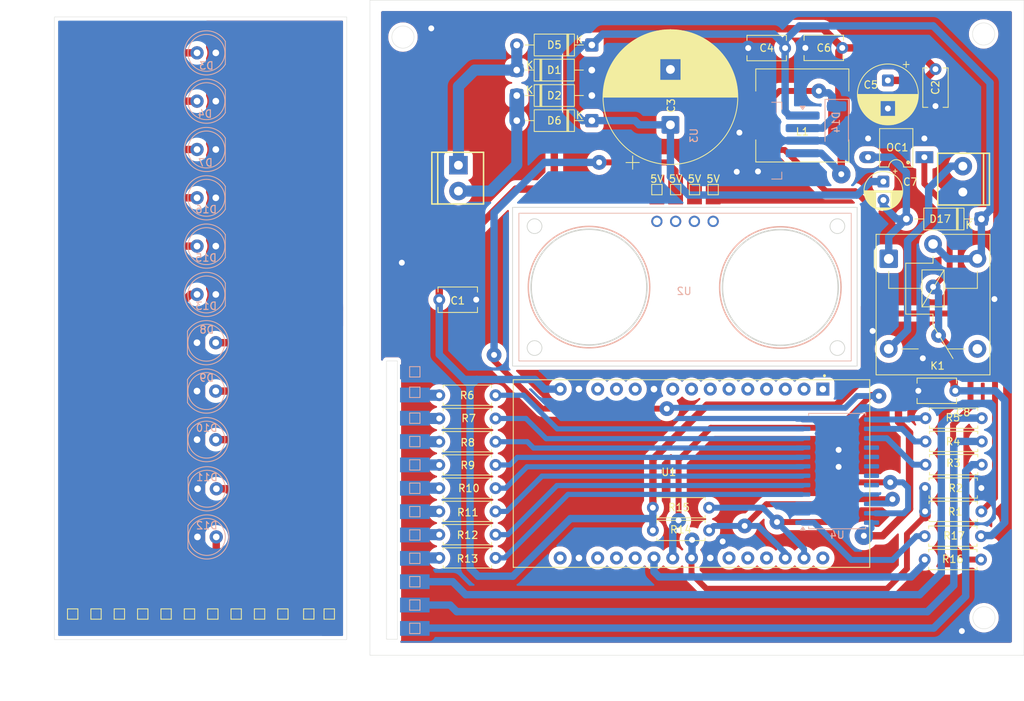
<source format=kicad_pcb>
(kicad_pcb (version 20241229) (generator "pcbnew") (generator_version "9.0")
  (layers (0 "F.Cu" signal) (2 "B.Cu" signal) (13 "F.Paste" user) (15 "B.Paste" user) (5 "F.SilkS" user "F.Silkscreen") (7 "B.SilkS" user "B.Silkscreen") (1 "F.Mask" user) (3 "B.Mask" user) (25 "Edge.Cuts" user))
  (net 0 "")
  (net 1 "/TRIG")
  (net 2 "GND")
  (net 3 "/PUMP_ON{slash}OFF")
  (net 4 "3V3")
  (net 5 "Net-(U2-ECHO)")
  (net 6 "Net-(U4-~{INT})")
  (net 7 "3V3_1")
  (net 9 "/SDA")
  (net 12 "/SCL")
  (net 13 "/ECHO")
  (net 15 "+5V")
  (net 23 "3V3_2")
  (net 28 "VIN")
  (net 29 "Net-(D17-A)")
  (net 30 "Net-(D1-K)")
  (net 31 "Net-(D2-K)")
  (net 32 "Net-(D3-A)")
  (net 33 "Net-(D4-A)")
  (net 34 "Net-(D7-A)")
  (net 35 "Net-(D8-A)")
  (net 36 "Net-(D9-A)")
  (net 37 "Net-(D10-A)")
  (net 38 "Net-(D11-A)")
  (net 39 "Net-(D12-A)")
  (net 40 "Net-(D13-A)")
  (net 41 "Net-(D14-K)")
  (net 42 "Net-(D15-A)")
  (net 43 "Net-(D16-A)")
  (net 45 "Net-(OC1-Pad1)")
  (net 46 "/0%")
  (net 47 "/10%")
  (net 48 "/20%")
  (net 50 "/30%")
  (net 51 "/40%")
  (net 52 "/50%")
  (net 53 "/60%")
  (net 54 "/70%")
  (net 55 "/80%")
  (net 56 "/90%")
  (net 57 "/100%")
  (net 64 "Net-(J2-Pin_2)")
  (footprint "Capacitor_THT:C_Disc_D5.1mm_W3.2mm_P5.00mm" (layer "F.Cu") (at 222.093669 111.304091 180)
    (property "Reference" "C8")
    (property "Value" "100nF")
  )
  (footprint "TestPoint:TestPoint_Pad_1.0x1.0mm" (layer "F.Cu") (at 102.603636 141.52325)
    (property "Reference" "5V" (hide yes))
    (property "Value" "TestPoint_Pad_1.0x1.0mm")
  )
  (footprint "Inductor_SMD:L_12x12mm_H4.5mm" (layer "F.Cu") (at 201.384091 74.024091)
    (property "Reference" "L1")
    (property "Value" "33uH")
  )
  (footprint "TestPoint:TestPoint_Pad_1.0x1.0mm" (layer "F.Cu") (at 118.415 141.52325)
    (property "Reference" "5V" (hide yes))
    (property "Value" "TestPoint_Pad_1.0x1.0mm")
  )
  (footprint "Capacitor_THT:C_Disc_D5.1mm_W3.2mm_P5.00mm" (layer "F.Cu") (at 152.234091 98.969091)
    (property "Reference" "C1")
    (property "Value" "100nF")
  )
  (footprint "Resistor_THT:R_Axial_DIN0207_L6.3mm_D2.5mm_P7.62mm_Horizontal" (layer "F.Cu") (at 188.769091 130.209091 180)
    (property "Reference" "R14")
    (property "Value" "10k")
  )
  (footprint "Relay_THT:Relay_SPDT_Finder_36.11" (layer "F.Cu") (at 213.084091 93.429091)
    (property "Reference" "K1")
    (property "Value" "10A RELAY")
  )
  (footprint "TestPoint:TestPoint_Pad_1.0x1.0mm" (layer "F.Cu") (at 186.789091 84.059091)
    (property "Reference" "5V")
    (property "Value" "TestPoint_Pad_1.0x1.0mm")
  )
  (footprint "TestPoint:TestPoint_Pad_1.0x1.0mm" (layer "F.Cu") (at 137.338636 141.52325)
    (property "Reference" "5V" (hide yes))
    (property "Value" "TestPoint_Pad_1.0x1.0mm")
  )
  (footprint "TestPoint:TestPoint_Pad_1.0x1.0mm" (layer "F.Cu") (at 181.699091 84.059091)
    (property "Reference" "5V")
    (property "Value" "TestPoint_Pad_1.0x1.0mm")
  )
  (footprint "TestPoint:TestPoint_Pad_1.0x1.0mm" (layer "F.Cu") (at 121.577272 141.52325)
    (property "Reference" "5V" (hide yes))
    (property "Value" "TestPoint_Pad_1.0x1.0mm")
  )
  (footprint "TestPoint:TestPoint_Pad_1.0x1.0mm" (layer "F.Cu") (at 134.568636 141.52325)
    (property "Reference" "5V" (hide yes))
    (property "Value" "TestPoint_Pad_1.0x1.0mm")
  )
  (footprint "TestPoint:TestPoint_Pad_1.0x1.0mm" (layer "F.Cu") (at 131.064091 141.52325)
    (property "Reference" "5V" (hide yes))
    (property "Value" "TestPoint_Pad_1.0x1.0mm")
  )
  (footprint "Resistor_THT:R_Axial_DIN0207_L6.3mm_D2.5mm_P7.62mm_Horizontal" (layer "F.Cu") (at 159.854091 124.486364 180)
    (property "Reference" "R10")
    (property "Value" "220")
  )
  (footprint "Diode_THT:D_A-405_P10.16mm_Horizontal" (layer "F.Cu") (at 162.729091 71.329091)
    (property "Reference" "D2")
    (property "Value" "1N4007")
  )
  (footprint "TestPoint:TestPoint_Pad_1.0x1.0mm" (layer "F.Cu") (at 115.252727 141.52325)
    (property "Reference" "5V" (hide yes))
    (property "Value" "TestPoint_Pad_1.0x1.0mm")
  )
  (footprint "Resistor_THT:R_Axial_DIN0207_L6.3mm_D2.5mm_P7.62mm_Horizontal" (layer "F.Cu") (at 218.058669 115.014091)
    (property "Reference" "R5")
    (property "Value" "220")
  )
  (footprint "Diode_THT:D_A-405_P10.16mm_Horizontal" (layer "F.Cu") (at 172.889091 74.724091 180)
    (property "Reference" "D6")
    (property "Value" "1N4007")
  )
  (footprint "TestPoint:TestPoint_Pad_1.0x1.0mm" (layer "F.Cu") (at 124.739545 141.52325)
    (property "Reference" "5V" (hide yes))
    (property "Value" "TestPoint_Pad_1.0x1.0mm")
  )
  (footprint "Resistor_THT:R_Axial_DIN0207_L6.3mm_D2.5mm_P7.62mm_Horizontal" (layer "F.Cu") (at 218.058669 121.305909)
    (property "Reference" "R3")
    (property "Value" "220")
  )
  (footprint "Resistor_THT:R_Axial_DIN0207_L6.3mm_D2.5mm_P7.62mm_Horizontal" (layer "F.Cu") (at 159.854091 115.048636 180)
    (property "Reference" "R7")
    (property "Value" "220")
  )
  (footprint "TestPoint:TestPoint_Pad_1.0x1.0mm" (layer "F.Cu") (at 112.090454 141.52325)
    (property "Reference" "5V" (hide yes))
    (property "Value" "TestPoint_Pad_1.0x1.0mm")
  )
  (footprint "Resistor_THT:R_Axial_DIN0207_L6.3mm_D2.5mm_P7.62mm_Horizontal" (layer "F.Cu") (at 159.854091 127.632273 180)
    (property "Reference" "R11")
    (property "Value" "220")
  )
  (footprint "Resistor_THT:R_Axial_DIN0207_L6.3mm_D2.5mm_P7.62mm_Horizontal" (layer "F.Cu") (at 159.854091 111.902727 180)
    (property "Reference" "R6")
    (property "Value" "220")
  )
  (footprint "Resistor_THT:R_Axial_DIN0207_L6.3mm_D2.5mm_P7.62mm_Horizontal" (layer "F.Cu") (at 159.854091 121.340455 180)
    (property "Reference" "R9")
    (property "Value" "330")
  )
  (footprint "TestPoint:TestPoint_Pad_1.0x1.0mm" (layer "F.Cu") (at 108.928181 141.52325)
    (property "Reference" "5V" (hide yes))
    (property "Value" "TestPoint_Pad_1.0x1.0mm")
  )
  (footprint "TestPoint:TestPoint_Pad_1.0x1.0mm" (layer "F.Cu") (at 105.765909 141.52325)
    (property "Reference" "5V" (hide yes))
    (property "Value" "TestPoint_Pad_1.0x1.0mm")
  )
  (footprint "Resistor_THT:R_Axial_DIN0207_L6.3mm_D2.5mm_P7.62mm_Horizontal" (layer "F.Cu") (at 218.003669 127.629091)
    (property "Reference" "R1")
    (property "Value" "1K")
  )
  (footprint "PCM_Package_DIP_AKL:DIP-4_W7.62mm_LongPads" (layer "F.Cu") (at 217.909091 79.679091 180)
    (property "Reference" "OC1")
    (property "Value" "PC817" (hide yes))
  )
  (footprint "Resistor_THT:R_Axial_DIN0207_L6.3mm_D2.5mm_P7.62mm_Horizontal" (layer "F.Cu") (at 217.953669 130.984091)
    (property "Reference" "R17")
    (property "Value" "10k")
  )
  (footprint "Capacitor_THT:C_Disc_D5.1mm_W3.2mm_P5.00mm" (layer "F.Cu") (at 219.414091 67.754091 -90)
    (property "Reference" "C2")
    (property "Value" "100nF")
  )
  (footprint "Resistor_THT:R_Axial_DIN0207_L6.3mm_D2.5mm_P7.62mm_Horizontal" (layer "F.Cu") (at 159.854091 118.194546 180)
    (property "Reference" "R8")
    (property "Value" "220")
  )
  (footprint "TestPoint:TestPoint_Pad_1.0x1.0mm" (layer "F.Cu") (at 127.901818 141.52325)
    (property "Reference" "5V" (hide yes))
    (property "Value" "TestPoint_Pad_1.0x1.0mm")
  )
  (footprint "Capacitor_THT:CP_Radial_D5.0mm_P2.50mm" (layer "F.Cu") (at 212.359091 82.974091 -90)
    (property "Reference" "C7")
    (property "Value" "10uF_16V")
  )
  (footprint "TestPoint:TestPoint_Pad_1.0x1.0mm" (layer "F.Cu") (at 184.234091 84.059091)
    (property "Reference" "5V")
    (property "Value" "TestPoint_Pad_1.0x1.0mm")
  )
  (footprint "PCM_SparkFun-Connector:ScrewTerminal_1x02_P3.5mm_Horizontal_Black" (layer "F.Cu") (at 154.829091 80.759091 -90)
    (property "Reference" "J1")
    (property "Value" "12VAC_IN")
  )
  (footprint "Diode_THT:D_A-405_P10.16mm_Horizontal" (layer "F.Cu") (at 172.889091 64.484091 180)
    (property "Reference" "D5")
    (property "Value" "1N4007")
  )
  (footprint "Diode_THT:D_A-405_P10.16mm_Horizontal" (layer "F.Cu") (at 225.629091 88.039091 180)
    (property "Reference" "D17")
    (property "Value" "1N4007")
  )
  (footprint "Footprint:nodemcu" (layer "F.Cu") (at 186.384091 122.504091 -90)
    (property "Reference" "U1")
    (property "Value" "ESP8266 NODEMCU")
  )
  (footprint "TestPoint:TestPoint_Pad_1.0x1.0mm" (layer "F.Cu") (at 189.314091 84.059091)
    (property "Reference" "5V")
    (property "Value" "TestPoint_Pad_1.0x1.0mm")
  )
  (footprint "Capacitor_THT:C_Disc_D5.1mm_W3.2mm_P5.00mm" (layer "F.Cu") (at 199.059091 64.899091 180)
    (property "Reference" "C4")
    (property "Value" "100nF")
  )
  (footprint "Capacitor_THT:CP_Radial_D8.0mm_P3.80mm" (layer "F.Cu") (at 212.969091 69.279091 -90)
    (property "Reference" "C5")
    (property "Value" "220uF_16V")
  )
  (footprint "Resistor_THT:R_Axial_DIN0207_L6.3mm_D2.5mm_P7.62mm_Horizontal" (layer "F.Cu") (at 159.854091 133.924091 180)
    (property "Reference" "R13")
    (property "Value" "220")
  )
  (footprint "Capacitor_THT:C_Disc_D5.1mm_W3.2mm_P5.00mm" (layer "F.Cu") (at 206.794091 64.879091 180)
    (property "Reference" "C6")
    (property "Value" "100nF")
  )
  (footprint "Resistor_THT:R_Axial_DIN0207_L6.3mm_D2.5mm_P7.62mm_Horizontal" (layer "F.Cu") (at 188.769091 127.129091 180)
    (property "Reference" "R15")
    (property "Value" "10k")
  )
  (footprint "Resistor_THT:R_Axial_DIN0207_L6.3mm_D2.5mm_P7.62mm_Horizontal" (layer "F.Cu") (at 225.623669 124.464091 180)
    (property "Reference" "R2")
    (property "Value" "2K")
  )
  (footprint "Resistor_THT:R_Axial_DIN0207_L6.3mm_D2.5mm_P7.62mm_Horizontal" (layer "F.Cu") (at 159.854091 130.778182 180)
    (property "Reference" "R12")
    (property "Value" "220")
  )
  (footprint "Resistor_THT:R_Axial_DIN0207_L6.3mm_D2.5mm_P7.62mm_Horizontal" (layer "F.Cu") (at 225.573669 134.149091 180)
    (property "Reference" "R16")
    (property "Value" "150")
  )
  (footprint "Diode_THT:D_A-405_P10.16mm_Horizontal" (layer "F.Cu") (at 162.724091 67.884091)
    (property "Reference" "D1")
    (property "Value" "1N4007")
  )
  (footprint "Resistor_THT:R_Axial_DIN0207_L6.3mm_D2.5mm_P7.62mm_Horizontal" (layer "F.Cu") (at 218.058669 118.16)
    (property "Reference" "R4")
    (property "Value" "220")
  )
  (footprint "PCM_SparkFun-Connector:ScrewTerminal_1x02_P3.5mm_Horizontal_Black" (layer "F.Cu") (at 223.119091 84.394091 90)
    (property "Reference" "J2")
    (property "Value" "PUMP")
  )
  (footprint "Capacitor_THT:CP_Radial_D18.0mm_P7.50mm" (layer "F.Cu") (at 183.529091 75.294091 90)
    (property "Reference" "C3")
    (property "Value" "2200uF_25V")
  )
  (footprint "LED_THT:LED_D5.0mm" (layer "B.Cu") (at 119.435 111.34)
    (property "Reference" "D9")
    (property "Value" "LED_75%")
  )
  (footprint "TestPoint:TestPoint_Pad_1.0x1.0mm" (layer "B.Cu") (at 148.924091 115.01 90)
    (property "Reference" "5V" (hide yes))
    (property "Value" "TestPoint_Pad_1.0x1.0mm")
  )
  (footprint "LED_THT:LED_D5.0mm" (layer "B.Cu") (at 119.5 131.085)
    (property "Reference" "D12")
    (property "Value" "LED_25%")
  )
  (footprint "TestPoint:TestPoint_Pad_1.0x1.0mm" (layer "B.Cu") (at 148.924091 127.659091 90)
    (property "Reference" "5V" (hide yes))
    (property "Value" "TestPoint_Pad_1.0x1.0mm")
  )
  (footprint "TestPoint:TestPoint_Pad_1.0x1.0mm" (layer "B.Cu") (at 148.924091 143.470455 90)
    (property "Reference" "5V" (hide yes))
    (property "Value" "TestPoint_Pad_1.0x1.0mm")
  )
  (footprint "LED_THT:LED_D5.0mm" (layer "B.Cu") (at 121.98 98.2555 180)
    (property "Reference" "D13")
    (property "Value" "LED_50%")
  )
  (footprint "LED_THT:LED_D5.0mm" (layer "B.Cu") (at 121.98 85.1733 180)
    (property "Reference" "D16")
    (property "Value" "LED_100%")
  )
  (footprint "TestPoint:TestPoint_Pad_1.0x1.0mm" (layer "B.Cu") (at 148.924091 111.505455 90)
    (property "Reference" "5V" (hide yes))
    (property "Value" "TestPoint_Pad_1.0x1.0mm")
  )
  (footprint "LED_THT:LED_D5.0mm" (layer "B.Cu") (at 121.98 72.0911 180)
    (property "Reference" "D4")
    (property "Value" "LED_0%")
  )
  (footprint "TestPoint:TestPoint_Pad_1.0x1.0mm" (layer "B.Cu") (at 148.924091 121.334546 90)
    (property "Reference" "5V" (hide yes))
    (property "Value" "TestPoint_Pad_1.0x1.0mm")
  )
  (footprint "TestPoint:TestPoint_Pad_1.0x1.0mm" (layer "B.Cu") (at 148.924091 130.821364 90)
    (property "Reference" "5V" (hide yes))
    (property "Value" "TestPoint_Pad_1.0x1.0mm")
  )
  (footprint "LED_THT:LED_D5.0mm" (layer "B.Cu") (at 119.445 117.915)
    (property "Reference" "D10")
    (property "Value" "LED_100%")
  )
  (footprint "LED_THT:LED_D5.0mm" (layer "B.Cu") (at 121.98 78.6322 180)
    (property "Reference" "D7")
    (property "Value" "LED_25%")
  )
  (footprint "LED_THT:LED_D5.0mm" (layer "B.Cu") (at 121.98 65.55 180)
    (property "Reference" "D3")
    (property "Value" "LED_0%")
  )
  (footprint "TestPoint:TestPoint_Pad_1.0x1.0mm" (layer "B.Cu") (at 148.924091 133.983637 90)
    (property "Reference" "5V" (hide yes))
    (property "Value" "TestPoint_Pad_1.0x1.0mm")
  )
  (footprint "LED_THT:LED_D5.0mm" (layer "B.Cu") (at 119.43 104.79)
    (property "Reference" "D8")
    (property "Value" "LED_50%")
  )
  (footprint "Package_TO_SOT_SMD:TO-263-5_TabPin3" (layer "B.Cu") (at 193.779091 77.439091 180)
    (property "Reference" "U3")
    (property "Value" "LM2596S-5V")
  )
  (footprint "TestPoint:TestPoint_Pad_1.0x1.0mm" (layer "B.Cu") (at 148.924091 140.308182 90)
    (property "Reference" "5V" (hide yes))
    (property "Value" "TestPoint_Pad_1.0x1.0mm")
  )
  (footprint "TestPoint:TestPoint_Pad_1.0x1.0mm" (layer "B.Cu") (at 148.924091 108.735455 90)
    (property "Reference" "5V" (hide yes))
    (property "Value" "TestPoint_Pad_1.0x1.0mm")
  )
  (footprint "LED_THT:LED_D5.0mm" (layer "B.Cu") (at 119.52 124.565)
    (property "Reference" "D11")
    (property "Value" "LED_0%")
  )
  (footprint "LED_THT:LED_D5.0mm" (layer "B.Cu") (at 121.98 91.7144 180)
    (property "Reference" "D15")
    (property "Value" "LED_75%")
  )
  (footprint "TestPoint:TestPoint_Pad_1.0x1.0mm" (layer "B.Cu") (at 148.924091 137.14591 90)
    (property "Reference" "5V" (hide yes))
    (property "Value" "TestPoint_Pad_1.0x1.0mm")
  )
  (footprint "TestPoint:TestPoint_Pad_1.0x1.0mm" (layer "B.Cu") (at 148.924091 118.172273 90)
    (property "Reference" "5V" (hide yes))
    (property "Value" "TestPoint_Pad_1.0x1.0mm")
  )
  (footprint "TestPoint:TestPoint_Pad_1.0x1.0mm" (layer "B.Cu") (at 148.924091 124.496819 90)
    (property "Reference" "5V" (hide yes))
    (property "Value" "TestPoint_Pad_1.0x1.0mm")
  )
  (footprint "Footprint:XCVR_HC-SR04" (layer "B.Cu") (at 185.384091 97.814091)
    (property "Reference" "U2")
    (property "Value" "HC-SR04")
    (fp_rect (start -23.225 10.15) (end 23.425 -11.35) (stroke (width 0.1)) (fill no) (layer "Edge.Cuts"))
    (fp_circle (center -20.25 -8.8) (end -19.25 -8.8) (stroke (width 0.1)) (fill no) (layer "Edge.Cuts"))
    (fp_circle (center -20.25 7.7) (end -19.25 7.7) (stroke (width 0.1)) (fill no) (layer "Edge.Cuts"))
    (fp_circle (center -12.875 -0.548152) (end -7.333957 -6.089195) (stroke (width 0.2)) (fill no) (layer "Edge.Cuts"))
    (fp_circle (center 13.025 -0.5) (end 18.566043 -6.041043) (stroke (width 0.2)) (fill no) (layer "Edge.Cuts"))
    (fp_circle (center 20.75 -8.8) (end 21.75 -8.8) (stroke (width 0.1)) (fill no) (layer "Edge.Cuts"))
    (fp_circle (center 20.75 7.7) (end 21.75 7.7) (stroke (width 0.1)) (fill no) (layer "Edge.Cuts"))
  )
  (footprint "Package_SO:SOIC-24W_7.5x15.4mm_P1.27mm" (layer "B.Cu") (at 206.104091 122.169091)
    (property "Reference" "U4")
    (property "Value" "PCA9555D")
  )
  (footprint "Diode_SMD:D_2010_5025Metric" (layer "B.Cu") (at 206.044091 75.034091 -90)
    (property "Reference" "D14")
    (property "Value" "1N5824")
  )
  (gr_circle (center 225.979091 142.029091) (end 227.479091 142.029091) (stroke (width 0.05)) (fill no) (layer "Edge.Cuts"))
  (gr_rect (start 145.090341 107.259091) (end 146.567841 144.934091) (stroke (width 0.05)) (fill no) (layer "Edge.Cuts"))
  (gr_circle (center 225.929091 62.994091) (end 227.429091 62.994091) (stroke (width 0.05)) (fill no) (layer "Edge.Cuts"))
  (gr_rect (start 100.135 60.69) (end 139.705 144.99) (stroke (width 0.05)) (fill no) (layer "Edge.Cuts"))
  (gr_circle (center 147.319091 63.414091) (end 148.819091 63.414091) (stroke (width 0.05)) (fill no) (layer "Edge.Cuts"))
  (gr_rect (start 142.849091 58.419091) (end 231.394091 147.114091) (stroke (width 0.05)) (fill no) (layer "Edge.Cuts"))
  (gr_text "K" (at 171.199091 63.769091 0) (layer "F.SilkS") (effects (font (size 1 1))))
  (segment (start 159.654091 107.228272) (end 159.654091 106.444091) (width 0.8) (layer "F.Cu") (net 1))
  (segment (start 166.14491 113.719091) (end 159.654091 107.228272) (width 0.8) (layer "F.Cu") (net 1))
  (segment (start 183.039091 113.719091) (end 166.14491 113.719091) (width 0.8) (layer "F.Cu") (net 1))
  (segment (start 184.234091 84.059091) (end 184.234091 81.492091) (width 0.8) (layer "F.Cu") (net 1))
  (segment (start 184.634091 120.665909) (end 184.634091 128.839091) (width 0.8) (layer "F.Cu") (net 1))
  (segment (start 211.634091 111.889091) (end 210.719091 111.889091) (width 0.8) (layer "F.Cu") (net 1))
  (segment (start 184.234091 81.492091) (end 183.121091 80.379091) (width 0.8) (layer "F.Cu") (net 1))
  (segment (start 188.990909 116.309091) (end 184.634091 120.665909) (width 0.8) (layer "F.Cu") (net 1))
  (segment (start 210.719091 111.889091) (end 206.299091 116.309091) (width 0.8) (layer "F.Cu") (net 1))
  (segment (start 183.121091 80.379091) (end 173.879091 80.379091) (width 0.8) (layer "F.Cu") (net 1))
  (segment (start 206.299091 116.309091) (end 188.990909 116.309091) (width 0.8) (layer "F.Cu") (net 1))
  (via (at 159.654091 106.444091) (size 2) (drill 0.8) (layers "F.Cu" "B.Cu") (net 1))
  (via (at 183.039091 113.719091) (size 2) (drill 0.8) (layers "F.Cu" "B.Cu") (net 1))
  (via (at 184.634091 128.839091) (size 2) (drill 0.8) (layers "F.Cu" "B.Cu") (net 1))
  (via (at 173.879091 80.379091) (size 2) (drill 0.8) (layers "F.Cu" "B.Cu") (net 1))
  (via (at 211.754091 112.009091) (size 2) (drill 0.8) (layers "F.Cu" "B.Cu") (net 1))
  (segment (start 208.790909 112.009091) (end 211.754091 112.009091) (width 0.8) (layer "B.Cu") (net 1))
  (segment (start 173.879091 80.379091) (end 166.47491 80.379091) (width 1) (layer "B.Cu") (net 1))
  (segment (start 166.47491 80.379091) (end 159.654091 87.19991) (width 1) (layer "B.Cu") (net 1))
  (segment (start 183.844091 133.934091) (end 183.844091 129.629091) (width 1) (layer "B.Cu") (net 1))
  (segment (start 183.844091 129.629091) (end 184.634091 128.839091) (width 1) (layer "B.Cu") (net 1))
  (segment (start 159.654091 87.19991) (end 159.654091 106.444091) (width 1) (layer "B.Cu") (net 1))
  (segment (start 207.2 113.6) (end 208.790909 112.009091) (width 0.8) (layer "B.Cu") (net 1))
  (segment (start 183.158182 113.6) (end 207.2 113.6) (width 0.8) (layer "B.Cu") (net 1))
  (segment (start 183.039091 113.719091) (end 183.158182 113.6) (width 0.8) (layer "B.Cu") (net 1))
  (segment (start 121.98 85.1733) (end 121.98 78.6322) (width 1.5) (layer "F.Cu") (net 2))
  (segment (start 119.5 131.085) (end 119.5 124.585) (width 1.5) (layer "F.Cu") (net 2))
  (segment (start 121.98 78.6322) (end 121.98 72.0911) (width 1.5) (layer "F.Cu") (net 2))
  (segment (start 119.5 124.585) (end 119.52 124.565) (width 1.5) (layer "F.Cu") (net 2))
  (segment (start 137.338636 141.52325) (end 137.338636 100.738636) (width 1.5) (layer "F.Cu") (net 2))
  (segment (start 119.445 117.915) (end 119.445 111.35) (width 1.5) (layer "F.Cu") (net 2))
  (segment (start 121.98 98.2555) (end 121.98 91.7144) (width 1.5) (layer "F.Cu") (net 2))
  (segment (start 134.8555 98.2555) (end 121.98 98.2555) (width 1.5) (layer "F.Cu") (net 2))
  (segment (start 119.445 111.35) (end 119.435 111.34) (width 1.5) (layer "F.Cu") (net 2))
  (segment (start 119.435 111.34) (end 119.435 104.795) (width 1.5) (layer "F.Cu") (net 2))
  (segment (start 137.338636 100.738636) (end 134.8555 98.2555) (width 1.5) (layer "F.Cu") (net 2))
  (segment (start 119.52 124.565) (end 119.52 117.99) (width 1.5) (layer "F.Cu") (net 2))
  (segment (start 119.52 117.99) (end 119.445 117.915) (width 1.5) (layer "F.Cu") (net 2))
  (segment (start 121.98 72.0911) (end 121.98 65.55) (width 1.5) (layer "F.Cu") (net 2))
  (segment (start 206.3 119.3) (end 206.3 121.6) (width 0.8) (layer "F.Cu") (net 2))
  (segment (start 121.98 91.7144) (end 121.98 85.1733) (width 1.5) (layer "F.Cu") (net 2))
  (segment (start 119.435 104.795) (end 119.43 104.79) (width 1.5) (layer "F.Cu") (net 2))
  (via (at 206.3 121.6) (size 2) (drill 0.8) (layers "F.Cu" "B.Cu") (net 2))
  (via (at 147.164091 93.959091) (size 2) (drill 0.8) (layers "F.Cu" "B.Cu") (net 2))
  (via (at 217.7 106.9) (size 2) (drill 0.8) (layers "F.Cu" "B.Cu") (net 2))
  (via (at 195.384091 81.604091) (size 2) (drill 0.8) (layers "F.Cu" "B.Cu") (net 2))
  (via (at 210.9 103.2) (size 2) (drill 0.8) (layers "F.Cu" "B.Cu") (net 2))
  (via (at 192.869091 76.349091) (size 2) (drill 0.8) (layers "F.Cu" "B.Cu") (net 2))
  (via (at 227.394091 98.884091) (size 2) (drill 0.8) (layers "F.Cu" "B.Cu") (net 2))
  (via (at 222.984091 143.829091) (size 2) (drill 0.8) (layers "F.Cu" "B.Cu") (net 2))
  (via (at 206.3 119.3) (size 2) (drill 0.8) (layers "F.Cu" "B.Cu") (net 2))
  (via (at 190.6 131.7) (size 2) (drill 0.8) (layers "F.Cu" "B.Cu") (net 2))
  (via (at 192.509091 81.649091) (size 2) (drill 0.8) (layers "F.Cu" "B.Cu") (net 2))
  (via (at 151.149091 62.234091) (size 2) (drill 0.8) (layers "F.Cu" "B.Cu") (net 2))
  (segment (start 212.969091 74.469091) (end 212.969091 73.079091) (width 0.8) (layer "B.Cu") (net 2))
  (segment (start 188.924091 133.075909) (end 190.3 131.7) (width 0.8) (layer "B.Cu") (net 2))
  (segment (start 210.144091 77.284091) (end 210.289091 77.139091) (width 0.8) (layer "B.Cu") (net 2))
  (segment (start 212.969091 73.079091) (end 219.089091 73.079091) (width 0.8) (layer "B.Cu") (net 2))
  (segment (start 211.260909 77.139091) (end 212.969091 75.430909) (width 0.8) (layer "B.Cu") (net 2))
  (segment (start 212.969091 75.430909) (end 212.969091 73.079091) (width 0.8) (layer "B.Cu") (net 2))
  (segment (start 188.924091 133.934091) (end 188.924091 133.075909) (width 0.8) (layer "B.Cu") (net 2))
  (segment (start 206.3 117.2) (end 204.284091 115.184091) (width 0.8) (layer "B.Cu") (net 2))
  (segment (start 172.884091 67.884091) (end 183.439091 67.884091) (width 2) (layer "B.Cu") (net 2))
  (segment (start 183.439091 67.884091) (end 183.529091 67.794091) (width 2) (layer "B.Cu") (net 2))
  (segment (start 183.529091 67.794091) (end 191.164091 67.794091) (width 2) (layer "B.Cu") (net 2))
  (segment (start 217.909091 77.139091) (end 215.639091 77.139091) (width 0.8) (layer "B.Cu") (net 2))
  (segment (start 172.884091 67.884091) (end 172.884091 71.324091) (width 2) (layer "B.Cu") (net 2))
  (segment (start 206.044091 77.284091) (end 210.144091 77.284091) (width 0.8) (layer "B.Cu") (net 2))
  (segment (start 206.3 119.3) (end 206.3 117.2) (width 0.8) (layer "B.Cu") (net 2))
  (segment (start 191.164091 67.794091) (end 194.059091 64.899091) (width 2) (layer "B.Cu") (net 2))
  (segment (start 172.884091 71.324091) (end 172.889091 71.329091) (width 2) (layer "B.Cu") (net 2))
  (segment (start 119.455 117.925) (end 119.445 117.915) (width 2) (layer "B.Cu") (net 2))
  (segment (start 215.639091 77.139091) (end 212.969091 74.469091) (width 0.8) (layer "B.Cu") (net 2))
  (segment (start 204.284091 115.184091) (end 201.454091 115.184091) (width 0.8) (layer "B.Cu") (net 2))
  (segment (start 210.289091 77.139091) (end 211.260909 77.139091) (width 0.8) (layer "B.Cu") (net 2))
  (segment (start 190.3 131.7) (end 190.6 131.7) (width 0.8) (layer "B.Cu") (net 2))
  (segment (start 219.089091 73.079091) (end 219.414091 72.754091) (width 0.8) (layer "B.Cu") (net 2))
  (segment (start 217.953669 134.646331) (end 217.953669 134.149091) (width 1) (layer "B.Cu") (net 3))
  (segment (start 181.304091 133.934091) (end 181.304091 135.804091) (width 1) (layer "B.Cu") (net 3))
  (segment (start 216.1 136.5) (end 217.953669 134.646331) (width 1) (layer "B.Cu") (net 3))
  (segment (start 182 136.5) (end 216.1 136.5) (width 1) (layer "B.Cu") (net 3))
  (segment (start 181.304091 135.804091) (end 182 136.5) (width 1) (layer "B.Cu") (net 3))
  (segment (start 204.580091 84.280091) (end 198.994091 78.694091) (width 0.8) (layer "F.Cu") (net 5))
  (segment (start 210.604091 86.336801) (end 208.547381 84.280091) (width 0.8) (layer "F.Cu") (net 5))
  (segment (start 186.789091 79.974091) (end 186.789091 84.059091) (width 0.8) (layer "F.Cu") (net 5))
  (segment (start 211.914091 100.834091) (end 210.604091 99.524091) (width 0.8) (layer "F.Cu") (net 5))
  (segment (start 227.474669 102.379669) (end 225.929091 100.834091) (width 0.8) (layer "F.Cu") (net 5))
  (segment (start 227.474669 125.778091) (end 227.474669 102.379669) (width 0.8) (layer "F.Cu") (net 5))
  (segment (start 225.623669 127.629091) (end 227.474669 125.778091) (width 0.8) (layer "F.Cu") (net 5))
  (segment (start 188.069091 78.694091) (end 186.789091 79.974091) (width 0.8) (layer "F.Cu") (net 5))
  (segment (start 198.994091 78.694091) (end 188.069091 78.694091) (width 0.8) (layer "F.Cu") (net 5))
  (segment (start 208.547381 84.280091) (end 204.580091 84.280091) (width 0.8) (layer "F.Cu") (net 5))
  (segment (start 225.929091 100.834091) (end 211.914091 100.834091) (width 0.8) (layer "F.Cu") (net 5))
  (segment (start 210.604091 99.524091) (end 210.604091 86.336801) (width 0.8) (layer "F.Cu") (net 5))
  (segment (start 214.827299 132.979091) (end 216.822299 130.984091) (width 0.8) (layer "B.Cu") (net 6))
  (segment (start 202.954091 129.154091) (end 208 134.2) (width 0.8) (layer "B.Cu") (net 6))
  (segment (start 208 134.2) (end 213.6 134.2) (width 0.8) (layer "B.Cu") (net 6))
  (segment (start 216.822299 130.984091) (end 217.953669 130.984091) (width 0.8) (layer "B.Cu") (net 6))
  (segment (start 214.820909 132.979091) (end 214.827299 132.979091) (width 0.8) (layer "B.Cu") (net 6))
  (segment (start 201.454091 129.154091) (end 202.954091 129.154091) (width 0.8) (layer "B.Cu") (net 6))
  (segment (start 213.6 134.2) (end 214.820909 132.979091) (width 0.8) (layer "B.Cu") (net 6))
  (segment (start 193.579091 129.594091) (end 196.519091 126.654091) (width 0.8) (layer "F.Cu") (net 9))
  (segment (start 207.414091 123.694091) (end 213.294091 123.694091) (width 0.8) (layer "F.Cu") (net 9))
  (segment (start 204.454091 126.654091) (end 207.414091 123.694091) (width 0.8) (layer "F.Cu") (net 9))
  (segment (start 196.519091 126.654091) (end 204.454091 126.654091) (width 0.8) (layer "F.Cu") (net 9))
  (via (at 193.579091 129.594091) (size 2) (drill 0.8) (layers "F.Cu" "B.Cu") (net 9))
  (via (at 213.294091 123.694091) (size 2) (drill 0.8) (layers "F.Cu" "B.Cu") (net 9))
  (segment (start 215.7 124.4) (end 214.994091 123.694091) (width 0.8) (layer "B.Cu") (net 9))
  (segment (start 211.325397 127.884091) (end 215.115909 127.884091) (width 0.8) (layer "B.Cu") (net 9))
  (segment (start 199.084091 133.274091) (end 195.404091 129.594091) (width 0.8) (layer "B.Cu") (net 9))
  (segment (start 193.573182 129.6) (end 189.378182 129.6) (width 0.8) (layer "B.Cu") (net 9))
  (segment (start 215.115909 127.884091) (end 215.7 127.3) (width 0.8) (layer "B.Cu") (net 9))
  (segment (start 215.7 127.3) (end 215.7 124.4) (width 0.8) (layer "B.Cu") (net 9))
  (segment (start 195.404091 129.594091) (end 193.579091 129.594091) (width 0.8) (layer "B.Cu") (net 9))
  (segment (start 214.994091 123.694091) (end 213.294091 123.694091) (width 0.8) (layer "B.Cu") (net 9))
  (segment (start 189.378182 129.6) (end 188.769091 130.209091) (width 0.8) (layer "B.Cu") (net 9))
  (segment (start 193.579091 129.594091) (end 193.573182 129.6) (width 0.8) (layer "B.Cu") (net 9))
  (segment (start 208.768247 125.974935) (end 213.590333 125.974935) (width 0.8) (layer "F.Cu") (net 12))
  (segment (start 213.590333 125.974935) (end 213.590333 126.115589) (width 1) (layer "F.Cu") (net 12))
  (segment (start 197.960361 129.069311) (end 205.673871 129.069311) (width 0.8) (layer "F.Cu") (net 12))
  (segment (start 205.673871 129.069311) (end 208.768247 125.974935) (width 0.8) (layer "F.Cu") (net 12))
  (via (at 197.960361 129.069311) (size 2) (drill 0.8) (layers "F.Cu" "B.Cu") (net 12))
  (via (at 213.590333 125.974935) (size 2) (drill 0.8) (layers "F.Cu" "B.Cu") (net 12))
  (segment (start 213.015177 126.550091) (end 210.754091 126.550091) (width 0.8) (layer "B.Cu") (net 12))
  (segment (start 201.624091 132.733041) (end 197.960361 129.069311) (width 0.8) (layer "B.Cu") (net 12))
  (segment (start 213.590333 125.974935) (end 213.015177 126.550091) (width 0.8) (layer "B.Cu") (net 12))
  (segment (start 196.020141 127.129091) (end 196.435141 127.544091) (width 0.8) (layer "B.Cu") (net 12))
  (segment (start 188.769091 127.129091) (end 196.020141 127.129091) (width 0.8) (layer "B.Cu") (net 12))
  (segment (start 201.624091 133.934091) (end 201.624091 132.733041) (width 0.8) (layer "B.Cu") (net 12))
  (segment (start 201.624091 132.733041) (end 196.435141 127.544091) (width 0.8) (layer "B.Cu") (net 12))
  (segment (start 218.003669 127.629091) (end 218.003669 128.457803) (width 0.8) (layer "F.Cu") (net 13))
  (segment (start 188.4 138.1) (end 212.848182 138.1) (width 0.8) (layer "F.Cu") (net 13))
  (segment (start 186.384091 136.084091) (end 188.4 138.1) (width 0.8) (layer "F.Cu") (net 13))
  (segment (start 186.454091 134.189705) (end 186.454091 131.484091) (width 0.8) (layer "F.Cu") (net 13))
  (segment (start 215.549091 135.399091) (end 215.549091 130.704091) (width 0.8) (layer "F.Cu") (net 13))
  (segment (start 215.549091 130.704091) (end 218.019863 128.233319) (width 0.8) (layer "F.Cu") (net 13))
  (segment (start 212.848182 138.1) (end 215.549091 135.399091) (width 0.8) (layer "F.Cu") (net 13))
  (segment (start 186.384091 133.934091) (end 186.384091 136.084091) (width 0.8) (layer "F.Cu") (net 13))
  (segment (start 218.019863 128.233319) (end 218.019863 127.645285) (width 1.5) (layer "F.Cu") (net 13))
  (via (at 186.454091 131.484091) (size 2) (drill 0.8) (layers "F.Cu" "B.Cu") (net 13))
  (segment (start 186.454091 133.864091) (end 186.384091 133.934091) (width 1.5) (layer "B.Cu") (net 13))
  (segment (start 186.454091 131.484091) (end 186.454091 133.864091) (width 1) (layer "B.Cu") (net 13))
  (segment (start 218.003669 127.629091) (end 218.003669 124.464091) (width 1.5) (layer "B.Cu") (net 13))
  (segment (start 206.794091 64.879091) (end 216.539091 64.879091) (width 1) (layer "F.Cu") (net 15))
  (segment (start 181.159091 127.544091) (end 181.159091 120.569091) (width 1) (layer "F.Cu") (net 15))
  (segment (start 162.605909 83.994091) (end 166.054091 83.994091) (width 1) (layer "F.Cu") (net 15))
  (segment (start 167.809091 64.139091) (end 167.809091 66.904091) (width 1) (layer "F.Cu") (net 15))
  (segment (start 221.936091 110.116091) (end 221.023091 109.203091) (width 1) (layer "F.Cu") (net 15))
  (segment (start 215.902669 116.978954) (end 215.902669 127.285513) (width 1) (layer "F.Cu") (net 15))
  (segment (start 181.689091 83.994091) (end 169.7 83.994091) (width 1) (layer "F.Cu") (net 15))
  (segment (start 152.234091 94.365909) (end 162.605909 83.994091) (width 1) (layer "F.Cu") (net 15))
  (segment (start 169.069091 83.994091) (end 167.749091 83.994091) (width 1) (layer "F.Cu") (net 15))
  (segment (start 214.404091 112.564091) (end 214.404091 109.778091) (width 1) (layer "F.Cu") (net 15))
  (segment (start 188.476791 113.251391) (end 205.999091 113.251391) (width 1) (layer "F.Cu") (net 15))
  (segment (start 167.2 83.994091) (end 166.054091 83.994091) (width 1) (layer "F.Cu") (net 15))
  (segment (start 167.749091 83.994091) (end 167.2 83.994091) (width 1) (layer "F.Cu") (net 15))
  (segment (start 218.469091 109.203091) (end 213.829091 109.203091) (width 1) (layer "F.Cu") (net 15))
  (segment (start 210.047391 109.203091) (end 205.999091 113.251391) (width 1) (layer "F.Cu") (net 15))
  (segment (start 167.809091 66.904091) (end 167.809091 80.034091) (width 1) (layer "F.Cu") (net 15))
  (segment (start 152.234091 98.969091) (end 152.234091 94.365909) (width 1) (layer "F.Cu") (net 15))
  (segment (start 206.659091 74.349091) (end 206.659091 81.979091) (width 1) (layer "F.Cu") (net 15))
  (segment (start 212.969091 69.279091) (end 217.889091 69.279091) (width 1) (layer "F.Cu") (net 15))
  (segment (start 214.404091 115.480377) (end 215.902669 116.978954) (width 1) (layer "F.Cu") (net 15))
  (segment (start 167.809091 80.034091) (end 167.809091 81.7) (width 1) (layer "F.Cu") (net 15))
  (segment (start 167.809091 81.7) (end 167.809091 82.103182) (width 1) (layer "F.Cu") (net 15))
  (segment (start 181.159091 120.569091) (end 188.476791 113.251391) (width 1) (layer "F.Cu") (net 15))
  (segment (start 206.334091 74.024091) (end 206.334091 65.339091) (width 1) (layer "F.Cu") (net 15))
  (segment (start 168.0875 83.0125) (end 168.0875 83.106591) (width 1) (layer "F.Cu") (net 15))
  (segment (start 206.794091 64.879091) (end 204.198091 62.283091) (width 1) (layer "F.Cu") (net 15))
  (segment (start 216.539091 64.879091) (end 219.414091 67.754091) (width 1) (layer "F.Cu") (net 15))
  (segment (start 214.404091 111.022406) (end 214.404091 115.480377) (width 1) (layer "F.Cu") (net 15))
  (segment (start 204.198091 62.283091) (end 169.665091 62.283091) (width 1) (layer "F.Cu") (net 15))
  (segment (start 217.889091 69.279091) (end 219.414091 67.754091) (width 1) (layer "F.Cu") (net 15))
  (segment (start 167.809091 82.239091) (end 166.054091 83.994091) (width 1) (layer "F.Cu") (net 15))
  (segment (start 167.809091 82.734091) (end 168.0875 83.0125) (width 1) (layer "F.Cu") (net 15))
  (segment (start 167.809091 81.7) (end 167.809091 82.239091) (width 1) (layer "F.Cu") (net 15))
  (segment (start 169.7 83.994091) (end 169.069091 83.994091) (width 1) (layer "F.Cu") (net 15))
  (segment (start 169.665091 62.283091) (end 167.809091 64.139091) (width 1) (layer "F.Cu") (net 15))
  (segment (start 215.902669 127.285513) (end 212.259091 130.929091) (width 1) (layer "F.Cu") (net 15))
  (segment (start 221.936091 111.161963) (end 221.936091 110.116091) (width 1) (layer "F.Cu") (net 15))
  (segment (start 221.023091 109.203091) (end 218.469091 109.203091) (width 1) (layer "F.Cu") (net 15))
  (segment (start 168.0875 83.106591) (end 167.2 83.994091) (width 1) (layer "F.Cu") (net 15))
  (segment (start 213.829091 109.203091) (end 210.047391 109.203091) (width 1) (layer "F.Cu") (net 15))
  (segment (start 168.0875 83.0125) (end 169.069091 83.994091) (width 1) (layer "F.Cu") (net 15))
  (segment (start 206.334091 74.024091) (end 206.659091 74.349091) (width 2) (layer "F.Cu") (net 15))
  (segment (start 212.259091 130.929091) (end 209.719091 130.929091) (width 1) (layer "F.Cu") (net 15))
  (segment (start 167.809091 82.103182) (end 169.7 83.994091) (width 1) (layer "F.Cu") (net 15))
  (via (at 206.659091 81.979091) (size 2.5) (drill 0.8) (layers "F.Cu" "B.Cu") (net 15))
  (via (at 209.719091 130.929091) (size 2.5) (drill 0.8) (layers "F.Cu" "B.Cu") (net 15))
  (segment (start 210.754091 129.154091) (end 210.754091 129.894091) (width 0.8) (layer "B.Cu") (net 15))
  (segment (start 156.4 135.3) (end 156.4 111.8) (width 1) (layer "B.Cu") (net 15))
  (segment (start 201.429091 79.139091) (end 203.947271 79.139091) (width 1) (layer "B.Cu") (net 15))
  (segment (start 225.573669 130.984091) (end 225.65776 130.9) (width 1) (layer "B.Cu") (net 15))
  (segment (start 181.149091 130.209091) (end 181.149091 128.6) (width 1) (layer "B.Cu") (net 15))
  (segment (start 156.4 110.669091) (end 157.3 109.769091) (width 1) (layer "B.Cu") (net 15))
  (segment (start 181.149091 128.6) (end 181.149091 127.129091) (width 1) (layer "B.Cu") (net 15))
  (segment (start 181.149091 128.6) (end 170 128.6) (width 1) (layer "B.Cu") (net 15))
  (segment (start 165.2 109.769091) (end 157.3 109.769091) (width 1) (layer "B.Cu") (net 15))
  (segment (start 225.65776 130.9) (end 227 130.9) (width 1) (layer "B.Cu") (net 15))
  (segment (start 156.4 110.555) (end 155.614091 109.769091) (width 1) (layer "B.Cu") (net 15))
  (segment (start 170 128.6) (end 162.2 136.4) (width 1) (layer "B.Cu") (net 15))
  (segment (start 156.4 111.8) (end 156.4 110.669091) (width 1) (layer "B.Cu") (net 15))
  (segment (start 157.3 109.769091) (end 155.614091 109.769091) (width 1) (layer "B.Cu") (net 15))
  (segment (start 228.793091 112.578091) (end 227.519091 111.304091) (width 1) (layer "B.Cu") (net 15))
  (segment (start 168.604091 111.074091) (end 166.505 111.074091) (width 1) (layer "B.Cu") (net 15))
  (segment (start 156.4 111.8) (end 156.4 110.555) (width 1) (layer "B.Cu") (net 15))
  (segment (start 155.614091 109.769091) (end 152.234091 106.389091) (width 1) (layer "B.Cu") (net 15))
  (segment (start 227 130.9) (end 228.793091 129.106909) (width 1) (layer "B.Cu") (net 15))
  (segment (start 162.2 136.4) (end 157.5 136.4) (width 1) (layer "B.Cu") (net 15))
  (segment (start 157.5 136.4) (end 156.4 135.3) (width 1) (layer "B.Cu") (net 15))
  (segment (start 227.519091 111.304091) (end 222.093669 111.304091) (width 1) (layer "B.Cu") (net 15))
  (segment (start 206.659091 81.850911) (end 206.659091 81.979091) (width 1.5) (layer "B.Cu") (net 15))
  (segment (start 166.505 111.074091) (end 165.2 109.769091) (width 1) (layer "B.Cu") (net 15))
  (segment (start 152.234091 106.389091) (end 152.234091 98.969091) (width 1) (layer "B.Cu") (net 15))
  (segment (start 210.754091 129.894091) (end 209.719091 130.929091) (width 0.8) (layer "B.Cu") (net 15))
  (segment (start 203.947271 79.139091) (end 206.659091 81.850911) (width 1) (layer "B.Cu") (net 15))
  (segment (start 228.793091 129.106909) (end 228.793091 112.578091) (width 1) (layer "B.Cu") (net 15))
  (segment (start 172.889091 74.724091) (end 178.73 74.724091) (width 1) (layer "B.Cu") (net 28))
  (segment (start 226.8 69.6) (end 219.1 61.9) (width 1) (layer "B.Cu") (net 28))
  (segment (start 186 84.8) (end 208.8 84.8) (width 1) (layer "B.Cu") (net 28))
  (segment (start 199.059091 63.840909) (end 199.059091 64.899091) (width 1) (layer "B.Cu") (net 28))
  (segment (start 183.529091 82.329091) (end 186 84.8) (width 1) (layer "B.Cu") (net 28))
  (segment (start 201.429091 74.039091) (end 199.639091 74.039091) (width 1) (layer "B.Cu") (net 28))
  (segment (start 225.629091 88.039091) (end 225.670091 87.998091) (width 2) (layer "B.Cu") (net 28))
  (segment (start 178.73 74.724091) (end 179.3 75.294091) (width 1) (layer "B.Cu") (net 28))
  (segment (start 199.059091 64.899091) (end 199.059091 64.559091) (width 1) (layer "B.Cu") (net 28))
  (segment (start 170 66.2) (end 170 73.1) (width 1) (layer "B.Cu") (net 28))
  (segment (start 225.629091 92.884091) (end 225.084091 93.429091) (width 1) (layer "B.Cu") (net 28))
  (segment (start 208.8 84.8) (end 210.625909 82.974091) (width 1) (layer "B.Cu") (net 28))
  (segment (start 219.1 61.9) (end 201 61.9) (width 1) (layer "B.Cu") (net 28))
  (segment (start 179.3 75.294091) (end 183.529091 75.294091) (width 1) (layer "B.Cu") (net 28))
  (segment (start 183.529091 75.294091) (end 183.529091 82.329091) (width 1) (layer "B.Cu") (net 28))
  (segment (start 221.084091 93.429091) (end 219.084091 91.429091) (width 1) (layer "B.Cu") (net 28))
  (segment (start 172.889091 64.484091) (end 171.715909 64.484091) (width 1) (layer "B.Cu") (net 28))
  (segment (start 199.059091 73.459091) (end 199.059091 64.899091) (width 1) (layer "B.Cu") (net 28))
  (segment (start 226.8 86.868182) (end 226.8 69.6) (width 1) (layer "B.Cu") (net 28))
  (segment (start 174.373182 63) (end 172.889091 64.484091) (width 1) (layer "B.Cu") (net 28))
  (segment (start 201 61.9) (end 199.059091 63.840909) (width 1) (layer "B.Cu") (net 28))
  (segment (start 172.889091 74.724091) (end 171.624091 74.724091) (width 1) (layer "B.Cu") (net 28))
  (segment (start 199.059091 64.559091) (end 197.5 63) (width 1) (layer "B.Cu") (net 28))
  (segment (start 199.639091 74.039091) (end 199.059091 73.459091) (width 1) (layer "B.Cu") (net 28))
  (segment (start 225.084091 93.429091) (end 221.084091 93.429091) (width 1) (layer "B.Cu") (net 28))
  (segment (start 171.624091 74.724091) (end 170 73.1) (width 1) (layer "B.Cu") (net 28))
  (segment (start 197.5 63) (end 174.373182 63) (width 1) (layer "B.Cu") (net 28))
  (segment (start 225.629091 88.039091) (end 225.629091 92.884091) (width 1) (layer "B.Cu") (net 28))
  (segment (start 171.715909 64.484091) (end 170 66.2) (width 1) (layer "B.Cu") (net 28))
  (segment (start 225.629091 88.039091) (end 226.8 86.868182) (width 1) (layer "B.Cu") (net 28))
  (segment (start 210.625909 82.974091) (end 212.359091 82.974091) (width 1) (layer "B.Cu") (net 28))
  (segment (start 215.469091 81.769091) (end 213.379091 79.679091) (width 1) (layer "B.Cu") (net 29))
  (segment (start 213.084091 93.429091) (end 213.084091 90.424091) (width 1) (layer "B.Cu") (net 29))
  (segment (start 214.139091 88.039091) (end 215.469091 88.039091) (width 1) (layer "B.Cu") (net 29))
  (segment (start 215.469091 88.039091) (end 215.469091 81.769091) (width 1) (layer "B.Cu") (net 29))
  (segment (start 213.084091 90.424091) (end 215.469091 88.039091) (width 1) (layer "B.Cu") (net 29))
  (segment (start 212.359091 85.474091) (end 212.359091 86.259091) (width 1) (layer "B.Cu") (net 29))
  (segment (start 213.379091 79.679091) (end 210.289091 79.679091) (width 1) (layer "B.Cu") (net 29))
  (segment (start 212.359091 86.259091) (end 214.139091 88.039091) (width 1) (layer "B.Cu") (net 29))
  (segment (start 157.039091 67.884091) (end 154.829091 70.094091) (width 1.5) (layer "B.Cu") (net 30))
  (segment (start 154.829091 70.094091) (end 154.829091 80.759091) (width 1.5) (layer "B.Cu") (net 30))
  (segment (start 162.724091 67.884091) (end 157.039091 67.884091) (width 1.5) (layer "B.Cu") (net 30))
  (segment (start 162.729091 64.484091) (end 162.729091 67.879091) (width 1.5) (layer "B.Cu") (net 30))
  (segment (start 162.729091 67.879091) (end 162.724091 67.884091) (width 2) (layer "B.Cu") (net 30))
  (segment (start 162.729091 74.724091) (end 162.729091 71.329091) (width 2) (layer "B.Cu") (net 31))
  (segment (start 162.729091 80.699091) (end 159.169091 84.259091) (width 1.5) (layer "B.Cu") (net 31))
  (segment (start 162.729091 74.724091) (end 162.849091 74.844091) (width 2) (layer "B.Cu") (net 31))
  (segment (start 162.729091 71.329091) (end 162.729091 80.699091) (width 1.5) (layer "B.Cu") (net 31))
  (segment (start 154.829091 84.259091) (end 159.169091 84.259091) (width 1.5) (layer "B.Cu") (net 31))
  (segment (start 106.49 65.55) (end 119.44 65.55) (width 1) (layer "F.Cu") (net 32))
  (segment (start 102.603636 141.52325) (end 102.603636 69.436364) (width 1) (layer "F.Cu") (net 32))
  (segment (start 102.603636 69.436364) (end 106.49 65.55) (width 1) (layer "F.Cu") (net 32))
  (segment (start 224.382273 121.305909) (end 223.5 122.188182) (width 1) (layer "B.Cu") (net 32))
  (segment (start 225.678669 121.305909) (end 224.382273 121.305909) (width 1) (layer "B.Cu") (net 32))
  (segment (start 223.5 139.1) (end 219.175909 143.424091) (width 1) (layer "B.Cu") (net 32))
  (segment (start 223.5 122.188182) (end 223.5 139.1) (width 1) (layer "B.Cu") (net 32))
  (segment (start 148.970455 143.424091) (end 148.924091 143.470455) (width 1) (layer "B.Cu") (net 32))
  (segment (start 219.175909 143.424091) (end 148.970455 143.424091) (width 1) (layer "B.Cu") (net 32))
  (segment (start 108.8089 72.0911) (end 119.44 72.0911) (width 1) (layer "F.Cu") (net 33))
  (segment (start 105.765909 75.134091) (end 108.8089 72.0911) (width 1) (layer "F.Cu") (net 33))
  (segment (start 105.765909 141.52325) (end 105.765909 75.134091) (width 1) (layer "F.Cu") (net 33))
  (segment (start 221.9 118.713182) (end 222.453182 118.16) (width 1) (layer "B.Cu") (net 33))
  (segment (start 218.328182 141.2) (end 221.9 137.628182) (width 1) (layer "B.Cu") (net 33))
  (segment (start 153.708182 140.308182) (end 154.6 141.2) (width 1) (layer "B.Cu") (net 33))
  (segment (start 222.453182 118.16) (end 225.678669 118.16) (width 1) (layer "B.Cu") (net 33))
  (segment (start 148.924091 140.308182) (end 153.708182 140.308182) (width 1) (layer "B.Cu") (net 33))
  (segment (start 154.6 141.2) (end 218.328182 141.2) (width 1) (layer "B.Cu") (net 33))
  (segment (start 221.9 137.628182) (end 221.9 118.713182) (width 1) (layer "B.Cu") (net 33))
  (segment (start 108.928181 80.836819) (end 111.1328 78.6322) (width 1) (layer "F.Cu") (net 34))
  (segment (start 108.928181 141.52325) (end 108.928181 80.836819) (width 1) (layer "F.Cu") (net 34))
  (segment (start 111.1328 78.6322) (end 119.44 78.6322) (width 1) (layer "F.Cu") (net 34))
  (segment (start 155.8 138.9) (end 154.04591 137.14591) (width 1) (layer "B.Cu") (net 34))
  (segment (start 217.268182 138.9) (end 155.8 138.9) (width 1) (layer "B.Cu") (net 34))
  (segment (start 220.2 135.968182) (end 217.268182 138.9) (width 1) (layer "B.Cu") (net 34))
  (segment (start 154.04591 137.14591) (end 148.924091 137.14591) (width 1) (layer "B.Cu") (net 34))
  (segment (start 221.124091 114.999091) (end 220.2 115.923182) (width 1) (layer "B.Cu") (net 34))
  (segment (start 225.678669 115.014091) (end 225.663669 114.999091) (width 1) (layer "B.Cu") (net 34))
  (segment (start 220.2 115.923182) (end 220.2 135.968182) (width 1) (layer "B.Cu") (net 34))
  (segment (start 225.663669 114.999091) (end 221.124091 114.999091) (width 1) (layer "B.Cu") (net 34))
  (segment (start 134.201363 106.911363) (end 132.08 104.79) (width 1) (layer "F.Cu") (net 35))
  (segment (start 134.201363 141.52325) (end 134.201363 106.911363) (width 1) (layer "F.Cu") (net 35))
  (segment (start 132.08 104.79) (end 121.97 104.79) (width 1) (layer "F.Cu") (net 35))
  (segment (start 152.234091 111.902727) (end 148.95409 111.902727) (width 1.5) (layer "B.Cu") (net 35))
  (segment (start 148.95409 111.902727) (end 148.924091 111.872728) (width 1.5) (layer "B.Cu") (net 35))
  (segment (start 131.064091 114.764091) (end 127.64 111.34) (width 1) (layer "F.Cu") (net 36))
  (segment (start 131.064091 141.52325) (end 131.064091 114.764091) (width 1) (layer "F.Cu") (net 36))
  (segment (start 127.64 111.34) (end 121.975 111.34) (width 1) (layer "F.Cu") (net 36))
  (segment (start 148.962727 115.048636) (end 148.924091 115.01) (width 1.5) (layer "B.Cu") (net 36))
  (segment (start 152.234091 115.048636) (end 148.962727 115.048636) (width 1.5) (layer "B.Cu") (net 36))
  (segment (start 125.075 117.915) (end 121.985 117.915) (width 1) (layer "F.Cu") (net 37))
  (segment (start 127.901818 141.52325) (end 127.901818 120.741818) (width 1) (layer "F.Cu") (net 37))
  (segment (start 127.901818 120.741818) (end 125.075 117.915) (width 1) (layer "F.Cu") (net 37))
  (segment (start 152.234091 118.194546) (end 148.946364 118.194546) (width 1.5) (layer "B.Cu") (net 37))
  (segment (start 148.946364 118.194546) (end 148.924091 118.172273) (width 1.5) (layer "B.Cu") (net 37))
  (segment (start 124.739545 125.849545) (end 123.455 124.565) (width 1) (layer "F.Cu") (net 38))
  (segment (start 124.739545 141.52325) (end 124.739545 125.849545) (width 1) (layer "F.Cu") (net 38))
  (segment (start 122.06 124.565) (end 123.455 124.565) (width 1) (layer "F.Cu") (net 38))
  (segment (start 152.234091 121.340455) (end 148.93 121.340455) (width 1.5) (layer "B.Cu") (net 38))
  (segment (start 148.93 121.340455) (end 148.924091 121.334546) (width 1.5) (layer "B.Cu") (net 38))
  (segment (start 122.04 131.085) (end 122.04 137.175) (width 1) (layer "F.Cu") (net 39))
  (segment (start 121.577272 137.637728) (end 122.04 137.175) (width 1) (layer "F.Cu") (net 39))
  (segment (start 121.577272 141.52325) (end 121.577272 137.637728) (width 1) (layer "F.Cu") (net 39))
  (segment (start 148.934546 124.486364) (end 148.924091 124.496819) (width 1.5) (layer "B.Cu") (net 39))
  (segment (start 152.234091 124.486364) (end 148.934546 124.486364) (width 1.5) (layer "B.Cu") (net 39))
  (segment (start 118.5295 98.2555) (end 119.44 98.2555) (width 1) (layer "F.Cu") (net 40))
  (segment (start 117.11 136.71825) (end 117.11 99.675) (width 1) (layer "F.Cu") (net 40))
  (segment (start 117.11 99.675) (end 118.5295 98.2555) (width 1) (layer "F.Cu") (net 40))
  (segment (start 118.415 141.52325) (end 118.415 138.02325) (width 1) (layer "F.Cu") (net 40))
  (segment (start 118.415 138.02325) (end 117.11 136.71825) (width 1) (layer "F.Cu") (net 40))
  (segment (start 152.234091 127.632273) (end 148.950909 127.632273) (width 1.5) (layer "B.Cu") (net 40))
  (segment (start 148.950909 127.632273) (end 148.924091 127.659091) (width 1.5) (layer "B.Cu") (net 40))
  (segment (start 198.304091 70.709091) (end 203.624091 70.709091) (width 0.8) (layer "F.Cu") (net 41))
  (segment (start 196.434091 72.579091) (end 198.304091 70.709091) (width 0.8) (layer "F.Cu") (net 41))
  (segment (start 196.434091 74.024091) (end 196.434091 72.579091) (width 1.5) (layer "F.Cu") (net 41))
  (via (at 203.624091 70.709091) (size 2) (drill 0.8) (layers "F.Cu" "B.Cu") (net 41))
  (segment (start 204.129091 75.739091) (end 206.044091 73.824091) (width 1) (layer "B.Cu") (net 41))
  (segment (start 206.044091 73.824091) (end 206.044091 72.784091) (width 1) (layer "B.Cu") (net 41))
  (segment (start 203.624091 70.709091) (end 203.624091 70.969091) (width 1.5) (layer "B.Cu") (net 41))
  (segment (start 204.969091 70.969091) (end 205.439091 71.439091) (width 1) (layer "B.Cu") (net 41))
  (segment (start 205.439091 71.439091) (end 205.439091 72.784091) (width 1) (layer "B.Cu") (net 41))
  (segment (start 203.624091 70.969091) (end 204.969091 70.969091) (width 1) (layer "B.Cu") (net 41))
  (segment (start 205.439091 72.784091) (end 206.044091 72.784091) (width 1.5) (layer "B.Cu") (net 41))
  (segment (start 205.924091 72.904091) (end 206.044091 72.784091) (width 1.5) (layer "B.Cu") (net 41))
  (segment (start 201.429091 75.739091) (end 204.129091 75.739091) (width 1) (layer "B.Cu") (net 41))
  (segment (start 119.44 91.7144) (end 116.7606 91.7144) (width 1) (layer "F.Cu") (net 42))
  (segment (start 115.252727 93.222273) (end 116.7606 91.7144) (width 1) (layer "F.Cu") (net 42))
  (segment (start 115.252727 141.52325) (end 115.252727 93.222273) (width 1) (layer "F.Cu") (net 42))
  (segment (start 148.967273 130.778182) (end 148.924091 130.821364) (width 1.5) (layer "B.Cu") (net 42))
  (segment (start 152.234091 130.778182) (end 148.967273 130.778182) (width 1.5) (layer "B.Cu") (net 42))
  (segment (start 112.090454 87.859546) (end 114.7767 85.1733) (width 1) (layer "F.Cu") (net 43))
  (segment (start 114.7767 85.1733) (end 119.44 85.1733) (width 1) (layer "F.Cu") (net 43))
  (segment (start 112.090454 141.52325) (end 112.090454 87.859546) (width 1) (layer "F.Cu") (net 43))
  (segment (start 148.983637 133.924091) (end 148.924091 133.983637) (width 1.5) (layer "B.Cu") (net 43))
  (segment (start 152.234091 133.924091) (end 148.983637 133.924091) (width 1.5) (layer "B.Cu") (net 43))
  (segment (start 221.335091 86.695091) (end 217.909091 83.269091) (width 0.8) (layer "F.Cu") (net 45))
  (segment (start 217.909091 83.269091) (end 217.909091 79.679091) (width 0.8) (layer "F.Cu") (net 45))
  (segment (start 224.155 113.53) (end 224.155 108.12) (width 0.8) (layer "F.Cu") (net 45))
  (segment (start 221.335091 94.988091) (end 221.335091 86.695091) (width 0.8) (layer "F.Cu") (net 45))
  (segment (start 225.573669 134.149091) (end 223.549091 134.149091) (width 0.8) (layer "F.Cu") (net 45))
  (segment (start 221.8 132.4) (end 221.8 115.885) (width 0.8) (layer "F.Cu") (net 45))
  (segment (start 219.089091 97.234091) (end 221.335091 94.988091) (width 0.8) (layer "F.Cu") (net 45))
  (segment (start 223.549091 134.149091) (end 221.8 132.4) (width 0.8) (layer "F.Cu") (net 45))
  (segment (start 224.155 108.12) (end 219.829091 103.794091) (width 0.8) (layer "F.Cu") (net 45))
  (segment (start 221.8 115.885) (end 224.155 113.53) (width 0.8) (layer "F.Cu") (net 45))
  (via (at 219.829091 103.794091) (size 2) (drill 0.8) (layers "F.Cu" "B.Cu") (net 45))
  (via (at 219.089091 97.234091) (size 2) (drill 0.8) (layers "F.Cu" "B.Cu") (net 45))
  (segment (start 219.829091 103.794091) (end 219.829091 97.974091) (width 1) (layer "B.Cu") (net 45))
  (segment (start 219.829091 97.974091) (end 219.089091 97.234091) (width 1) (layer "B.Cu") (net 45))
  (segment (start 216.405909 121.305909) (end 212.824091 117.724091) (width 0.8) (layer "B.Cu") (net 46))
  (segment (start 218.058669 121.305909) (end 216.405909 121.305909) (width 0.8) (layer "B.Cu") (net 46))
  (segment (start 212.824091 117.724091) (end 210.754091 117.724091) (width 0.8) (layer "B.Cu") (net 46))
  (segment (start 218.058669 118.16) (end 217.903669 118.005) (width 1) (layer "B.Cu") (net 47))
  (segment (start 214.904091 116.454091) (end 216.61 118.16) (width 0.8) (layer "B.Cu") (net 47))
  (segment (start 210.754091 116.454091) (end 214.904091 116.454091) (width 0.8) (layer "B.Cu") (net 47))
  (segment (start 216.61 118.16) (end 218.058669 118.16) (width 0.8) (layer "B.Cu") (net 47))
  (segment (start 210.754091 115.184091) (end 215.83 115.184091) (width 0.8) (layer "B.Cu") (net 48))
  (segment (start 218.058669 115.014091) (end 216 115.014091) (width 0.8) (layer "B.Cu") (net 48))
  (segment (start 215.83 115.184091) (end 216 115.014091) (width 0.8) (layer "B.Cu") (net 48))
  (segment (start 201.454091 116.454091) (end 168.2 116.454091) (width 0.7) (layer "B.Cu") (net 50))
  (segment (start 159.854091 111.902727) (end 163.648636 111.902727) (width 0.7) (layer "B.Cu") (net 50))
  (segment (start 163.648636 111.902727) (end 168.2 116.454091) (width 0.7) (layer "B.Cu") (net 50))
  (segment (start 159.854091 115.048636) (end 163.969545 115.048636) (width 0.7) (layer "B.Cu") (net 51))
  (segment (start 201.399091 117.779091) (end 166.7 117.779091) (width 0.7) (layer "B.Cu") (net 51))
  (segment (start 163.969545 115.048636) (end 166.7 117.779091) (width 0.7) (layer "B.Cu") (net 51))
  (segment (start 159.854091 118.194546) (end 164.145455 118.194546) (width 0.7) (layer "B.Cu") (net 52))
  (segment (start 164.145455 118.194546) (end 165 119.049091) (width 0.7) (layer "B.Cu") (net 52))
  (segment (start 201.399091 119.049091) (end 165 119.049091) (width 0.7) (layer "B.Cu") (net 52))
  (segment (start 161.778636 121.340455) (end 162.8 120.319091) (width 0.7) (layer "B.Cu") (net 53))
  (segment (start 201.399091 120.319091) (end 162.8 120.319091) (width 0.7) (layer "B.Cu") (net 53))
  (segment (start 159.854091 121.340455) (end 161.778636 121.340455) (width 0.7) (layer "B.Cu") (net 53))
  (segment (start 159.854091 124.486364) (end 161.213636 124.486364) (width 0.7) (layer "B.Cu") (net 54))
  (segment (start 164.110909 121.589091) (end 201.399091 121.589091) (width 0.7) (layer "B.Cu") (net 54))
  (segment (start 161.213636 124.486364) (end 164.110909 121.589091) (width 0.7) (layer "B.Cu") (net 54))
  (segment (start 159.854091 127.632273) (end 161.367727 127.632273) (width 0.7) (layer "B.Cu") (net 55))
  (segment (start 166.140909 122.859091) (end 201.399091 122.859091) (width 0.7) (layer "B.Cu") (net 55))
  (segment (start 161.367727 127.632273) (end 166.140909 122.859091) (width 0.7) (layer "B.Cu") (net 55))
  (segment (start 161.521818 130.778182) (end 168.170909 124.129091) (width 0.7) (layer "B.Cu") (net 56))
  (segment (start 159.854091 130.778182) (end 161.521818 130.778182) (width 0.7) (layer "B.Cu") (net 56))
  (segment (start 168.170909 124.129091) (end 201.399091 124.129091) (width 0.7) (layer "B.Cu") (net 56))
  (segment (start 169.670909 125.329091) (end 201.329091 125.329091) (width 0.7) (layer "B.Cu") (net 57))
  (segment (start 161.075909 133.924091) (end 169.670909 125.329091) (width 0.7) (layer "B.Cu") (net 57))
  (segment (start 159.854091 133.924091) (end 161.075909 133.924091) (width 0.7) (layer "B.Cu") (net 57))
  (segment (start 223.119091 80.894091) (end 221.517091 80.894091) (width 1) (layer "B.Cu") (net 64))
  (segment (start 218.486469 83.924713) (end 218.486469 88.141469) (width 1) (layer "B.Cu") (net 64))
  (segment (start 215.635091 90.992846) (end 218.486469 88.141469) (width 1) (layer "B.Cu") (net 64))
  (segment (start 215.635091 103.078091) (end 215.635091 90.992846) (width 1) (layer "B.Cu") (net 64))
  (segment (start 221.517091 80.894091) (end 218.486469 83.924713) (width 1) (layer "B.Cu") (net 64))
  (segment (start 213.084091 105.629091) (end 215.635091 103.078091) (width 1) (layer "B.Cu") (net 64))
  (zone (net 2) (net_name "GND") (layer "F.Cu") (connect_pads yes (clearance 0.5)) (min_thickness 0.25) (fill yes (thermal_gap 0.5) (thermal_bridge_width 0.5) (smoothing fillet) (radius 0.2))
    (polygon (pts (xy 139.605 60.75) (xy 120.665 60.75) (xy 120.665 100.44) (xy 139.605 100.44)))
  )
  (zone (net 0) (net_name "") (layer "F.Cu") (priority 3) (connect_pads yes (clearance 1)) (min_thickness 0.25) (fill yes (thermal_gap 0.5) (thermal_bridge_width 0.5) (smoothing fillet) (radius 0.2) (island_removal_mode 1) (island_area_min 10))
    (polygon (pts (xy 227.1 110.2) (xy 218.66 110.2) (xy 218.66 135.19) (xy 227.1 135.19)))
  )
  (zone (net 2) (net_name "GND") (layers "F.Cu" "B.Cu") (connect_pads yes (clearance 0.5)) (min_thickness 0.25) (fill yes (thermal_gap 0.5) (thermal_bridge_width 0.5) (smoothing fillet) (radius 0.2))
    (polygon (pts (xy 120.54 99.899922) (xy 118.5 99.899922) (xy 118.5 132.289922) (xy 120.54 132.289922)))
  )
  (zone (net 2) (net_name "GND") (layers "F.Cu" "B.Cu") (connect_pads yes (clearance 0.7)) (min_thickness 0.25) (fill yes (thermal_gap 0.5) (thermal_bridge_width 0.5) (smoothing fillet) (radius 0.2))
    (polygon (pts (xy 144.364091 59.889091) (xy 144.364091 145.419091) (xy 229.754091 145.419091) (xy 229.754091 59.889091)))
  )
  (zone (net 2) (net_name "GND") (layers "F.Cu" "B.Cu") (connect_pads yes (clearance 0.5)) (min_thickness 0.25) (fill yes (thermal_gap 0.5) (thermal_bridge_width 0.5) (smoothing fillet) (radius 0.2))
    (polygon (pts (xy 139.7 99.599922) (xy 136.36 99.599922) (xy 136.36 145.089922) (xy 139.7 145.089922)))
  )
  (zone (net 2) (net_name "GND") (layers "F.Cu" "B.Cu") (connect_pads yes (clearance 0.5)) (min_thickness 0.25) (fill yes (thermal_gap 0.5) (thermal_bridge_width 0.5) (smoothing fillet) (radius 0.2))
    (polygon (pts (xy 120.24 99.899922) (xy 120.24 102.539922) (xy 139.73 102.539922) (xy 139.73 99.899922)))
  )
  (zone (net 2) (net_name "GND") (layer "B.Cu") (connect_pads yes (clearance 0.7)) (min_thickness 0.25) (fill yes (thermal_gap 0.5) (thermal_bridge_width 0.5) (smoothing fillet) (radius 0.2))
    (polygon (pts (xy 139.7 60.880913) (xy 100.46 60.880913) (xy 100.46 145.070913) (xy 139.7 145.070913)))
  )
)
</source>
